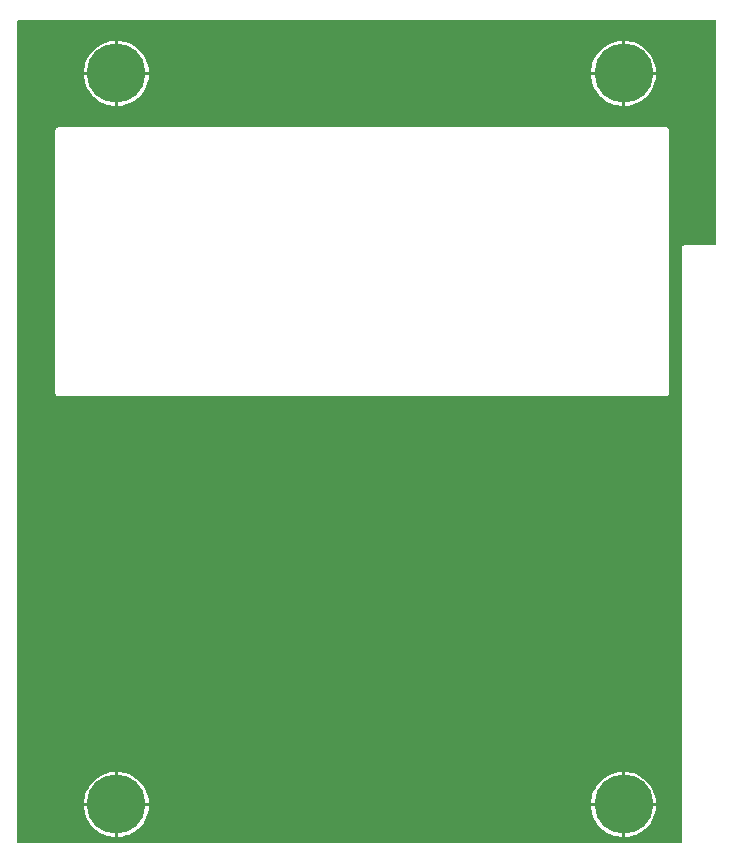
<source format=gtl>
G04 Layer: TopLayer*
G04 EasyEDA v6.5.29, 2023-07-16 15:11:24*
G04 5560f084906b45179d65adef9f10eb2a,5a6b42c53f6a479593ecc07194224c93,10*
G04 Gerber Generator version 0.2*
G04 Scale: 100 percent, Rotated: No, Reflected: No *
G04 Dimensions in millimeters *
G04 leading zeros omitted , absolute positions ,4 integer and 5 decimal *
%FSLAX45Y45*%
%MOMM*%

%ADD10C,5.0000*%

%LPD*%
G36*
X163068Y3023108D02*
G01*
X159156Y3023870D01*
X155905Y3026054D01*
X153670Y3029356D01*
X152908Y3033268D01*
X152908Y9984232D01*
X153670Y9988143D01*
X155905Y9991394D01*
X159156Y9993630D01*
X163068Y9994392D01*
X6059932Y9994392D01*
X6063843Y9993630D01*
X6067094Y9991394D01*
X6069330Y9988143D01*
X6070092Y9984232D01*
X6070092Y8100568D01*
X6069330Y8096656D01*
X6067094Y8093405D01*
X6063843Y8091170D01*
X6059932Y8090408D01*
X5804509Y8090408D01*
X5798007Y8089595D01*
X5792470Y8087512D01*
X5787339Y8083956D01*
X5784291Y8080959D01*
X5781649Y8077352D01*
X5779160Y8071815D01*
X5777992Y8064347D01*
X5777992Y3033268D01*
X5777230Y3029356D01*
X5774994Y3026054D01*
X5771692Y3023870D01*
X5767832Y3023108D01*
G37*

%LPC*%
G36*
X715060Y9555988D02*
G01*
X977900Y9555988D01*
X977900Y9818725D01*
X961745Y9817709D01*
X938885Y9814306D01*
X916381Y9809022D01*
X894435Y9801910D01*
X873150Y9792970D01*
X852627Y9782251D01*
X833119Y9769856D01*
X814730Y9755886D01*
X797560Y9740442D01*
X781761Y9723577D01*
X767384Y9705492D01*
X754583Y9686239D01*
X743458Y9665970D01*
X734060Y9644888D01*
X726490Y9623044D01*
X720750Y9600692D01*
X716889Y9577882D01*
G37*
G36*
X1003300Y3077362D02*
G01*
X1007922Y3077464D01*
X1030884Y3079851D01*
X1053592Y3084169D01*
X1075842Y3090418D01*
X1097534Y3098444D01*
X1118412Y3108299D01*
X1138428Y3119831D01*
X1157427Y3133039D01*
X1175207Y3147771D01*
X1191717Y3163925D01*
X1206804Y3181400D01*
X1220419Y3200095D01*
X1232357Y3219907D01*
X1242669Y3240582D01*
X1251153Y3262071D01*
X1257808Y3284169D01*
X1262634Y3306775D01*
X1265529Y3329736D01*
X1265986Y3340100D01*
X1003300Y3340100D01*
G37*
G36*
X5272481Y3077413D02*
G01*
X5272481Y3340100D01*
X5009642Y3340100D01*
X5011470Y3318205D01*
X5015331Y3295446D01*
X5021072Y3273044D01*
X5028692Y3251250D01*
X5038090Y3230118D01*
X5049215Y3209899D01*
X5062016Y3190646D01*
X5076342Y3172510D01*
X5092192Y3155696D01*
X5109362Y3140202D01*
X5127752Y3126232D01*
X5147259Y3113887D01*
X5167731Y3103168D01*
X5189016Y3094228D01*
X5211013Y3087065D01*
X5233517Y3081782D01*
X5256377Y3078429D01*
G37*
G36*
X977900Y3077413D02*
G01*
X977900Y3340100D01*
X715060Y3340100D01*
X716889Y3318205D01*
X720750Y3295446D01*
X726490Y3273044D01*
X734060Y3251250D01*
X743458Y3230118D01*
X754583Y3209899D01*
X767384Y3190646D01*
X781761Y3172510D01*
X797560Y3155696D01*
X814730Y3140202D01*
X833119Y3126232D01*
X852627Y3113887D01*
X873150Y3103168D01*
X894435Y3094228D01*
X916381Y3087065D01*
X938885Y3081782D01*
X961745Y3078429D01*
G37*
G36*
X5297881Y3365500D02*
G01*
X5560568Y3365500D01*
X5560110Y3375863D01*
X5557215Y3398824D01*
X5552440Y3421430D01*
X5545734Y3443528D01*
X5537250Y3465017D01*
X5526989Y3485692D01*
X5515000Y3505504D01*
X5501436Y3524148D01*
X5486349Y3541674D01*
X5469839Y3557828D01*
X5452008Y3572560D01*
X5433060Y3585768D01*
X5413044Y3597300D01*
X5392115Y3607155D01*
X5370474Y3615182D01*
X5348224Y3621430D01*
X5325516Y3625748D01*
X5302504Y3628136D01*
X5297881Y3628237D01*
G37*
G36*
X1003300Y3365500D02*
G01*
X1265986Y3365500D01*
X1265529Y3375863D01*
X1262634Y3398824D01*
X1257808Y3421430D01*
X1251153Y3443528D01*
X1242669Y3465017D01*
X1232357Y3485692D01*
X1220419Y3505504D01*
X1206804Y3524148D01*
X1191717Y3541674D01*
X1175207Y3557828D01*
X1157427Y3572560D01*
X1138428Y3585768D01*
X1118412Y3597300D01*
X1097534Y3607155D01*
X1075842Y3615182D01*
X1053592Y3621430D01*
X1030884Y3625748D01*
X1007922Y3628136D01*
X1003300Y3628237D01*
G37*
G36*
X5009642Y3365500D02*
G01*
X5272481Y3365500D01*
X5272481Y3628186D01*
X5256377Y3627170D01*
X5233517Y3623818D01*
X5211013Y3618534D01*
X5189016Y3611372D01*
X5167731Y3602431D01*
X5147259Y3591712D01*
X5127752Y3579368D01*
X5109362Y3565398D01*
X5092192Y3549904D01*
X5076342Y3533089D01*
X5062016Y3514953D01*
X5049215Y3495700D01*
X5038090Y3475482D01*
X5028692Y3454349D01*
X5021072Y3432556D01*
X5015331Y3410153D01*
X5011470Y3387394D01*
G37*
G36*
X715060Y3365500D02*
G01*
X977900Y3365500D01*
X977900Y3628186D01*
X961745Y3627170D01*
X938885Y3623818D01*
X916381Y3618534D01*
X894435Y3611372D01*
X873150Y3602431D01*
X852627Y3591712D01*
X833119Y3579368D01*
X814730Y3565398D01*
X797560Y3549904D01*
X781761Y3533089D01*
X767384Y3514953D01*
X754583Y3495700D01*
X743458Y3475482D01*
X734060Y3454349D01*
X726490Y3432556D01*
X720750Y3410153D01*
X716889Y3387394D01*
G37*
G36*
X5297881Y3077362D02*
G01*
X5302504Y3077464D01*
X5325516Y3079851D01*
X5348224Y3084169D01*
X5370474Y3090418D01*
X5392115Y3098444D01*
X5413044Y3108299D01*
X5433060Y3119831D01*
X5452008Y3133039D01*
X5469839Y3147771D01*
X5486349Y3163925D01*
X5501436Y3181400D01*
X5515000Y3200095D01*
X5526989Y3219907D01*
X5537250Y3240582D01*
X5545734Y3262071D01*
X5552440Y3284169D01*
X5557215Y3306775D01*
X5560110Y3329736D01*
X5560568Y3340100D01*
X5297881Y3340100D01*
G37*
G36*
X5297881Y9267850D02*
G01*
X5302504Y9267952D01*
X5325516Y9270390D01*
X5348224Y9274708D01*
X5370474Y9280906D01*
X5392115Y9288983D01*
X5413044Y9298787D01*
X5433060Y9310370D01*
X5452008Y9323527D01*
X5469839Y9338259D01*
X5486349Y9354464D01*
X5501436Y9371939D01*
X5515000Y9390634D01*
X5526989Y9410395D01*
X5537250Y9431070D01*
X5545734Y9452559D01*
X5552440Y9474708D01*
X5557215Y9497314D01*
X5560110Y9520224D01*
X5560568Y9530588D01*
X5297881Y9530588D01*
G37*
G36*
X1003300Y9267850D02*
G01*
X1007922Y9267952D01*
X1030884Y9270390D01*
X1053592Y9274708D01*
X1075842Y9280906D01*
X1097534Y9288983D01*
X1118412Y9298787D01*
X1138428Y9310370D01*
X1157427Y9323527D01*
X1175207Y9338259D01*
X1191717Y9354464D01*
X1206804Y9371939D01*
X1220419Y9390634D01*
X1232357Y9410395D01*
X1242669Y9431070D01*
X1251153Y9452559D01*
X1257808Y9474708D01*
X1262634Y9497314D01*
X1265529Y9520224D01*
X1265986Y9530588D01*
X1003300Y9530588D01*
G37*
G36*
X5272481Y9267901D02*
G01*
X5272481Y9530588D01*
X5009642Y9530588D01*
X5011470Y9508744D01*
X5015331Y9485934D01*
X5021072Y9463582D01*
X5028692Y9441738D01*
X5038090Y9420656D01*
X5049215Y9400387D01*
X5062016Y9381134D01*
X5076342Y9363049D01*
X5092192Y9346184D01*
X5109362Y9330740D01*
X5127752Y9316770D01*
X5147259Y9304375D01*
X5167731Y9293656D01*
X5189016Y9284716D01*
X5211013Y9277553D01*
X5233517Y9272270D01*
X5256377Y9268917D01*
G37*
G36*
X977900Y9267901D02*
G01*
X977900Y9530588D01*
X715060Y9530588D01*
X716889Y9508744D01*
X720750Y9485934D01*
X726490Y9463582D01*
X734060Y9441738D01*
X743458Y9420656D01*
X754583Y9400387D01*
X767384Y9381134D01*
X781761Y9363049D01*
X797560Y9346184D01*
X814730Y9330740D01*
X833119Y9316770D01*
X852627Y9304375D01*
X873150Y9293656D01*
X894435Y9284716D01*
X916381Y9277553D01*
X938885Y9272270D01*
X961745Y9268917D01*
G37*
G36*
X1003300Y9555988D02*
G01*
X1265986Y9555988D01*
X1265529Y9566402D01*
X1262634Y9589312D01*
X1257808Y9611918D01*
X1251153Y9634016D01*
X1242669Y9655505D01*
X1232357Y9676231D01*
X1220419Y9695992D01*
X1206804Y9714687D01*
X1191717Y9732162D01*
X1175207Y9748316D01*
X1157427Y9763048D01*
X1138428Y9776256D01*
X1118412Y9787788D01*
X1097534Y9797643D01*
X1075842Y9805720D01*
X1053592Y9811918D01*
X1030884Y9816236D01*
X1007922Y9818674D01*
X1003300Y9818776D01*
G37*
G36*
X5297881Y9555988D02*
G01*
X5560568Y9555988D01*
X5560110Y9566402D01*
X5557215Y9589312D01*
X5552440Y9611918D01*
X5545734Y9634016D01*
X5537250Y9655505D01*
X5526989Y9676231D01*
X5515000Y9695992D01*
X5501436Y9714687D01*
X5486349Y9732162D01*
X5469839Y9748316D01*
X5452008Y9763048D01*
X5433060Y9776256D01*
X5413044Y9787788D01*
X5392115Y9797643D01*
X5370474Y9805720D01*
X5348224Y9811918D01*
X5325516Y9816236D01*
X5302504Y9818674D01*
X5297881Y9818776D01*
G37*
G36*
X5009642Y9555988D02*
G01*
X5272481Y9555988D01*
X5272481Y9818725D01*
X5256377Y9817709D01*
X5233517Y9814306D01*
X5211013Y9809022D01*
X5189016Y9801910D01*
X5167731Y9792970D01*
X5147259Y9782251D01*
X5127752Y9769856D01*
X5109362Y9755886D01*
X5092192Y9740442D01*
X5076342Y9723577D01*
X5062016Y9705492D01*
X5049215Y9686239D01*
X5038090Y9665970D01*
X5028692Y9644888D01*
X5021072Y9623044D01*
X5015331Y9600692D01*
X5011470Y9577882D01*
G37*
G36*
X499465Y6812280D02*
G01*
X5641848Y6812280D01*
X5648147Y6812991D01*
X5653633Y6814921D01*
X5658510Y6818020D01*
X5662625Y6822084D01*
X5665673Y6827012D01*
X5667603Y6832447D01*
X5668314Y6838797D01*
X5668314Y9060129D01*
X5667603Y9066479D01*
X5665673Y9071914D01*
X5662625Y9076842D01*
X5658510Y9080906D01*
X5653633Y9084005D01*
X5648147Y9085884D01*
X5641848Y9086596D01*
X499465Y9086596D01*
X493166Y9085884D01*
X487680Y9084005D01*
X482803Y9080906D01*
X478688Y9076842D01*
X475640Y9071914D01*
X473709Y9066479D01*
X472998Y9060129D01*
X472998Y6838797D01*
X473709Y6832447D01*
X475640Y6827012D01*
X478688Y6822084D01*
X482803Y6818020D01*
X487680Y6814921D01*
X493166Y6812991D01*
G37*

%LPD*%
D10*
G01*
X5285206Y9543313D03*
G01*
X990600Y9543313D03*
G01*
X5285206Y3352800D03*
G01*
X990600Y3352800D03*
M02*

</source>
